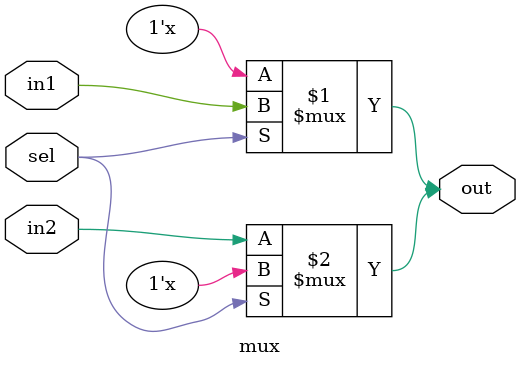
<source format=v>
module mux(out, in1, in2, sel);
	input in1, in2;
	input sel;
	output out;
	
	bufif1 #(1:2:3, 3:4:5, 5:6:7) b2(out, in1, sel);
	bufif0 #(1:2:3, 3:4:5, 5:6:7) b1(out, in2, sel);
endmodule
	

</source>
